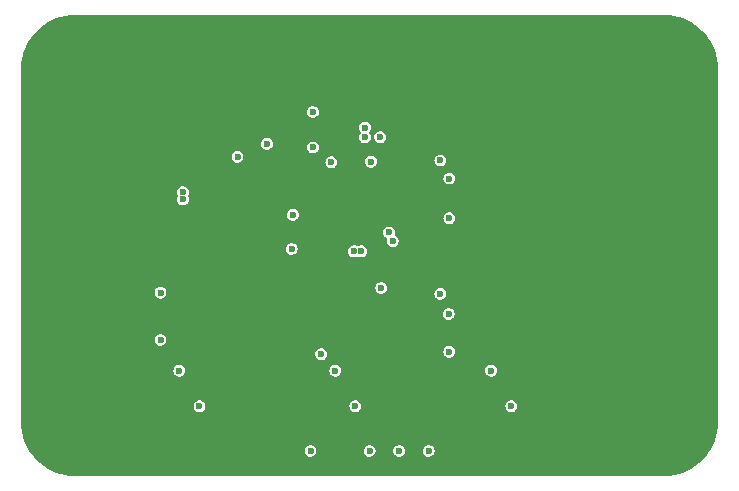
<source format=gbr>
%TF.GenerationSoftware,KiCad,Pcbnew,8.0.1*%
%TF.CreationDate,2024-04-03T15:04:06+02:00*%
%TF.ProjectId,shelfDriver_v1.0,7368656c-6644-4726-9976-65725f76312e,rev?*%
%TF.SameCoordinates,Original*%
%TF.FileFunction,Copper,L3,Inr*%
%TF.FilePolarity,Positive*%
%FSLAX46Y46*%
G04 Gerber Fmt 4.6, Leading zero omitted, Abs format (unit mm)*
G04 Created by KiCad (PCBNEW 8.0.1) date 2024-04-03 15:04:06*
%MOMM*%
%LPD*%
G01*
G04 APERTURE LIST*
%TA.AperFunction,ViaPad*%
%ADD10C,0.600000*%
%TD*%
G04 APERTURE END LIST*
D10*
%TO.N,GND*%
X146100000Y-77601560D03*
X148400000Y-81101560D03*
X137500000Y-107400000D03*
X123700000Y-87701560D03*
X133000000Y-96300000D03*
X133950000Y-84500000D03*
X120600000Y-84400000D03*
X120600000Y-87600000D03*
X127510400Y-81010400D03*
X130300000Y-80700000D03*
X153200000Y-99501560D03*
X155900000Y-88201560D03*
X155900000Y-99501560D03*
X119400000Y-87600000D03*
X119400000Y-84400000D03*
X146557124Y-85630138D03*
X120000000Y-87600000D03*
X124300000Y-87701560D03*
X120000000Y-84400000D03*
X143900000Y-102500000D03*
X134850000Y-84500000D03*
X146100000Y-89501560D03*
X146100000Y-90101560D03*
X133000000Y-80800000D03*
X146550000Y-97196729D03*
X148900000Y-96201560D03*
X123300000Y-96200000D03*
X148400000Y-92401560D03*
X153200000Y-88201560D03*
X138000000Y-78300000D03*
X139600000Y-93700000D03*
X148900000Y-84901560D03*
X148900000Y-83701560D03*
X146100000Y-78801560D03*
X123800000Y-102400000D03*
X124900000Y-87701560D03*
X136900000Y-98400000D03*
X133000000Y-79600000D03*
X126000000Y-78300000D03*
X148900000Y-95001560D03*
%TO.N,+3V3*%
X138700000Y-90500000D03*
X139300000Y-90500000D03*
X150300000Y-100600000D03*
X124200000Y-86101560D03*
X123900000Y-100600000D03*
X137100000Y-100600000D03*
X124200000Y-85501560D03*
%TO.N,Net-(U5-PWM)*%
X146762143Y-84335002D03*
X146000000Y-82801560D03*
%TO.N,Net-(U6-PWM)*%
X146700000Y-95800000D03*
X146000000Y-94101560D03*
%TO.N,Net-(U4-I)*%
X125600000Y-103600000D03*
%TO.N,Net-(U8-I)*%
X138800000Y-103600000D03*
%TO.N,Net-(U9-I)*%
X152000000Y-103600000D03*
%TO.N,/CommunicationLayer/RS485_A*%
X122300000Y-94000000D03*
X135200000Y-78700000D03*
%TO.N,/CommunicationLayer/RS485_B*%
X122300000Y-98000000D03*
X135200000Y-81700000D03*
%TO.N,/Brain/WarmWhite_Dim*%
X146749999Y-87698064D03*
X141956815Y-89635996D03*
%TO.N,/Brain/NaturalWhite_Dim*%
X141643265Y-88900000D03*
X146749999Y-98998064D03*
%TO.N,Net-(U7-~{Sleep})*%
X131300000Y-81400000D03*
X128818331Y-82501371D03*
%TO.N,/Brain/RS485_nRE*%
X140900000Y-80835000D03*
X139600000Y-80837349D03*
%TO.N,/Brain/RS485_DI*%
X140109360Y-82910920D03*
X139600000Y-80026295D03*
%TO.N,/Brain/TouchLeft*%
X135900000Y-99200000D03*
X141000000Y-93600000D03*
%TO.N,/Brain/SWTRACE*%
X133400000Y-90300000D03*
X145000000Y-107400000D03*
%TO.N,/Brain/SWDIO*%
X136759153Y-82954986D03*
X140000000Y-107400000D03*
%TO.N,/Brain/SWCLK*%
X133500000Y-87400000D03*
X135000000Y-107400000D03*
%TO.N,/Brain/NRST*%
X142500000Y-107400000D03*
%TD*%
%TA.AperFunction,Conductor*%
%TO.N,GND*%
G36*
X165002152Y-70500593D02*
G01*
X165387853Y-70517434D01*
X165396432Y-70518184D01*
X165777053Y-70568295D01*
X165785544Y-70569792D01*
X166160338Y-70652881D01*
X166168673Y-70655115D01*
X166534797Y-70770553D01*
X166542913Y-70773507D01*
X166897587Y-70920418D01*
X166905398Y-70924060D01*
X167245910Y-71101320D01*
X167253390Y-71105638D01*
X167577167Y-71311906D01*
X167584241Y-71316860D01*
X167888797Y-71550554D01*
X167895398Y-71556093D01*
X168178459Y-71815470D01*
X168184529Y-71821540D01*
X168443905Y-72104599D01*
X168449445Y-72111202D01*
X168683139Y-72415758D01*
X168688093Y-72422832D01*
X168894361Y-72746609D01*
X168898679Y-72754089D01*
X169075935Y-73094593D01*
X169079585Y-73102420D01*
X169226492Y-73457086D01*
X169229446Y-73465202D01*
X169344884Y-73831326D01*
X169347119Y-73839668D01*
X169430205Y-74214445D01*
X169431705Y-74222951D01*
X169481813Y-74603554D01*
X169482566Y-74612158D01*
X169499406Y-74997847D01*
X169499500Y-75002165D01*
X169499500Y-104997834D01*
X169499406Y-105002152D01*
X169482566Y-105387841D01*
X169481813Y-105396445D01*
X169431705Y-105777048D01*
X169430205Y-105785554D01*
X169347119Y-106160331D01*
X169344884Y-106168673D01*
X169229446Y-106534797D01*
X169226492Y-106542913D01*
X169079585Y-106897579D01*
X169075935Y-106905406D01*
X168898679Y-107245910D01*
X168894361Y-107253390D01*
X168688093Y-107577167D01*
X168683139Y-107584241D01*
X168449445Y-107888797D01*
X168443895Y-107895411D01*
X168184540Y-108178447D01*
X168178447Y-108184540D01*
X168162727Y-108198946D01*
X167895413Y-108443894D01*
X167888797Y-108449445D01*
X167584241Y-108683139D01*
X167577167Y-108688093D01*
X167253390Y-108894361D01*
X167245910Y-108898679D01*
X166905406Y-109075935D01*
X166897579Y-109079585D01*
X166542913Y-109226492D01*
X166534797Y-109229446D01*
X166168673Y-109344884D01*
X166160331Y-109347119D01*
X165785554Y-109430205D01*
X165777048Y-109431705D01*
X165396445Y-109481813D01*
X165387841Y-109482566D01*
X165002153Y-109499406D01*
X164997835Y-109499500D01*
X115002165Y-109499500D01*
X114997847Y-109499406D01*
X114612158Y-109482566D01*
X114603554Y-109481813D01*
X114222951Y-109431705D01*
X114214445Y-109430205D01*
X113839668Y-109347119D01*
X113831326Y-109344884D01*
X113465202Y-109229446D01*
X113457086Y-109226492D01*
X113102420Y-109079585D01*
X113094593Y-109075935D01*
X112754089Y-108898679D01*
X112746609Y-108894361D01*
X112422832Y-108688093D01*
X112415758Y-108683139D01*
X112111202Y-108449445D01*
X112104599Y-108443905D01*
X111821540Y-108184529D01*
X111815470Y-108178459D01*
X111556093Y-107895398D01*
X111550554Y-107888797D01*
X111316860Y-107584241D01*
X111311906Y-107577167D01*
X111199040Y-107400002D01*
X134494353Y-107400002D01*
X134514834Y-107542456D01*
X134532349Y-107580807D01*
X134574623Y-107673373D01*
X134668872Y-107782143D01*
X134668873Y-107782144D01*
X134789942Y-107859950D01*
X134789947Y-107859953D01*
X134888182Y-107888797D01*
X134928035Y-107900499D01*
X134928036Y-107900499D01*
X134928039Y-107900500D01*
X134928041Y-107900500D01*
X135071959Y-107900500D01*
X135071961Y-107900500D01*
X135210053Y-107859953D01*
X135331128Y-107782143D01*
X135425377Y-107673373D01*
X135485165Y-107542457D01*
X135491992Y-107494971D01*
X135505647Y-107400002D01*
X139494353Y-107400002D01*
X139514834Y-107542456D01*
X139532349Y-107580807D01*
X139574623Y-107673373D01*
X139668872Y-107782143D01*
X139668873Y-107782144D01*
X139789942Y-107859950D01*
X139789947Y-107859953D01*
X139888182Y-107888797D01*
X139928035Y-107900499D01*
X139928036Y-107900499D01*
X139928039Y-107900500D01*
X139928041Y-107900500D01*
X140071959Y-107900500D01*
X140071961Y-107900500D01*
X140210053Y-107859953D01*
X140331128Y-107782143D01*
X140425377Y-107673373D01*
X140485165Y-107542457D01*
X140491992Y-107494971D01*
X140505647Y-107400002D01*
X141994353Y-107400002D01*
X142014834Y-107542456D01*
X142032349Y-107580807D01*
X142074623Y-107673373D01*
X142168872Y-107782143D01*
X142168873Y-107782144D01*
X142289942Y-107859950D01*
X142289947Y-107859953D01*
X142388182Y-107888797D01*
X142428035Y-107900499D01*
X142428036Y-107900499D01*
X142428039Y-107900500D01*
X142428041Y-107900500D01*
X142571959Y-107900500D01*
X142571961Y-107900500D01*
X142710053Y-107859953D01*
X142831128Y-107782143D01*
X142925377Y-107673373D01*
X142985165Y-107542457D01*
X142991992Y-107494971D01*
X143005647Y-107400002D01*
X144494353Y-107400002D01*
X144514834Y-107542456D01*
X144532349Y-107580807D01*
X144574623Y-107673373D01*
X144668872Y-107782143D01*
X144668873Y-107782144D01*
X144789942Y-107859950D01*
X144789947Y-107859953D01*
X144888182Y-107888797D01*
X144928035Y-107900499D01*
X144928036Y-107900499D01*
X144928039Y-107900500D01*
X144928041Y-107900500D01*
X145071959Y-107900500D01*
X145071961Y-107900500D01*
X145210053Y-107859953D01*
X145331128Y-107782143D01*
X145425377Y-107673373D01*
X145485165Y-107542457D01*
X145491992Y-107494971D01*
X145505647Y-107400002D01*
X145505647Y-107399997D01*
X145485165Y-107257543D01*
X145425377Y-107126628D01*
X145425377Y-107126627D01*
X145331128Y-107017857D01*
X145331127Y-107017856D01*
X145331126Y-107017855D01*
X145210057Y-106940049D01*
X145210054Y-106940047D01*
X145210053Y-106940047D01*
X145210050Y-106940046D01*
X145071964Y-106899500D01*
X145071961Y-106899500D01*
X144928039Y-106899500D01*
X144928035Y-106899500D01*
X144789949Y-106940046D01*
X144789942Y-106940049D01*
X144668873Y-107017855D01*
X144574622Y-107126628D01*
X144514834Y-107257543D01*
X144494353Y-107399997D01*
X144494353Y-107400002D01*
X143005647Y-107400002D01*
X143005647Y-107399997D01*
X142985165Y-107257543D01*
X142925377Y-107126628D01*
X142925377Y-107126627D01*
X142831128Y-107017857D01*
X142831127Y-107017856D01*
X142831126Y-107017855D01*
X142710057Y-106940049D01*
X142710054Y-106940047D01*
X142710053Y-106940047D01*
X142710050Y-106940046D01*
X142571964Y-106899500D01*
X142571961Y-106899500D01*
X142428039Y-106899500D01*
X142428035Y-106899500D01*
X142289949Y-106940046D01*
X142289942Y-106940049D01*
X142168873Y-107017855D01*
X142074622Y-107126628D01*
X142014834Y-107257543D01*
X141994353Y-107399997D01*
X141994353Y-107400002D01*
X140505647Y-107400002D01*
X140505647Y-107399997D01*
X140485165Y-107257543D01*
X140425377Y-107126628D01*
X140425377Y-107126627D01*
X140331128Y-107017857D01*
X140331127Y-107017856D01*
X140331126Y-107017855D01*
X140210057Y-106940049D01*
X140210054Y-106940047D01*
X140210053Y-106940047D01*
X140210050Y-106940046D01*
X140071964Y-106899500D01*
X140071961Y-106899500D01*
X139928039Y-106899500D01*
X139928035Y-106899500D01*
X139789949Y-106940046D01*
X139789942Y-106940049D01*
X139668873Y-107017855D01*
X139574622Y-107126628D01*
X139514834Y-107257543D01*
X139494353Y-107399997D01*
X139494353Y-107400002D01*
X135505647Y-107400002D01*
X135505647Y-107399997D01*
X135485165Y-107257543D01*
X135425377Y-107126628D01*
X135425377Y-107126627D01*
X135331128Y-107017857D01*
X135331127Y-107017856D01*
X135331126Y-107017855D01*
X135210057Y-106940049D01*
X135210054Y-106940047D01*
X135210053Y-106940047D01*
X135210050Y-106940046D01*
X135071964Y-106899500D01*
X135071961Y-106899500D01*
X134928039Y-106899500D01*
X134928035Y-106899500D01*
X134789949Y-106940046D01*
X134789942Y-106940049D01*
X134668873Y-107017855D01*
X134574622Y-107126628D01*
X134514834Y-107257543D01*
X134494353Y-107399997D01*
X134494353Y-107400002D01*
X111199040Y-107400002D01*
X111105638Y-107253390D01*
X111101320Y-107245910D01*
X110924060Y-106905398D01*
X110920414Y-106897579D01*
X110773507Y-106542913D01*
X110770553Y-106534797D01*
X110655115Y-106168673D01*
X110652880Y-106160331D01*
X110569794Y-105785554D01*
X110568294Y-105777048D01*
X110555643Y-105680953D01*
X110518184Y-105396432D01*
X110517434Y-105387853D01*
X110500594Y-105002152D01*
X110500500Y-104997834D01*
X110500500Y-103600002D01*
X125094353Y-103600002D01*
X125114834Y-103742456D01*
X125174622Y-103873371D01*
X125174623Y-103873373D01*
X125268872Y-103982143D01*
X125268873Y-103982144D01*
X125389942Y-104059950D01*
X125389947Y-104059953D01*
X125496403Y-104091211D01*
X125528035Y-104100499D01*
X125528036Y-104100499D01*
X125528039Y-104100500D01*
X125528041Y-104100500D01*
X125671959Y-104100500D01*
X125671961Y-104100500D01*
X125810053Y-104059953D01*
X125931128Y-103982143D01*
X126025377Y-103873373D01*
X126085165Y-103742457D01*
X126105647Y-103600002D01*
X138294353Y-103600002D01*
X138314834Y-103742456D01*
X138374622Y-103873371D01*
X138374623Y-103873373D01*
X138468872Y-103982143D01*
X138468873Y-103982144D01*
X138589942Y-104059950D01*
X138589947Y-104059953D01*
X138696403Y-104091211D01*
X138728035Y-104100499D01*
X138728036Y-104100499D01*
X138728039Y-104100500D01*
X138728041Y-104100500D01*
X138871959Y-104100500D01*
X138871961Y-104100500D01*
X139010053Y-104059953D01*
X139131128Y-103982143D01*
X139225377Y-103873373D01*
X139285165Y-103742457D01*
X139305647Y-103600002D01*
X151494353Y-103600002D01*
X151514834Y-103742456D01*
X151574622Y-103873371D01*
X151574623Y-103873373D01*
X151668872Y-103982143D01*
X151668873Y-103982144D01*
X151789942Y-104059950D01*
X151789947Y-104059953D01*
X151896403Y-104091211D01*
X151928035Y-104100499D01*
X151928036Y-104100499D01*
X151928039Y-104100500D01*
X151928041Y-104100500D01*
X152071959Y-104100500D01*
X152071961Y-104100500D01*
X152210053Y-104059953D01*
X152331128Y-103982143D01*
X152425377Y-103873373D01*
X152485165Y-103742457D01*
X152505647Y-103600000D01*
X152485165Y-103457543D01*
X152425377Y-103326627D01*
X152331128Y-103217857D01*
X152331127Y-103217856D01*
X152331126Y-103217855D01*
X152210057Y-103140049D01*
X152210054Y-103140047D01*
X152210053Y-103140047D01*
X152210050Y-103140046D01*
X152071964Y-103099500D01*
X152071961Y-103099500D01*
X151928039Y-103099500D01*
X151928035Y-103099500D01*
X151789949Y-103140046D01*
X151789942Y-103140049D01*
X151668873Y-103217855D01*
X151574622Y-103326628D01*
X151514834Y-103457543D01*
X151494353Y-103599997D01*
X151494353Y-103600002D01*
X139305647Y-103600002D01*
X139305647Y-103600000D01*
X139285165Y-103457543D01*
X139225377Y-103326627D01*
X139131128Y-103217857D01*
X139131127Y-103217856D01*
X139131126Y-103217855D01*
X139010057Y-103140049D01*
X139010054Y-103140047D01*
X139010053Y-103140047D01*
X139010050Y-103140046D01*
X138871964Y-103099500D01*
X138871961Y-103099500D01*
X138728039Y-103099500D01*
X138728035Y-103099500D01*
X138589949Y-103140046D01*
X138589942Y-103140049D01*
X138468873Y-103217855D01*
X138374622Y-103326628D01*
X138314834Y-103457543D01*
X138294353Y-103599997D01*
X138294353Y-103600002D01*
X126105647Y-103600002D01*
X126105647Y-103600000D01*
X126085165Y-103457543D01*
X126025377Y-103326627D01*
X125931128Y-103217857D01*
X125931127Y-103217856D01*
X125931126Y-103217855D01*
X125810057Y-103140049D01*
X125810054Y-103140047D01*
X125810053Y-103140047D01*
X125810050Y-103140046D01*
X125671964Y-103099500D01*
X125671961Y-103099500D01*
X125528039Y-103099500D01*
X125528035Y-103099500D01*
X125389949Y-103140046D01*
X125389942Y-103140049D01*
X125268873Y-103217855D01*
X125174622Y-103326628D01*
X125114834Y-103457543D01*
X125094353Y-103599997D01*
X125094353Y-103600002D01*
X110500500Y-103600002D01*
X110500500Y-100600002D01*
X123394353Y-100600002D01*
X123414834Y-100742456D01*
X123474622Y-100873371D01*
X123474623Y-100873373D01*
X123568872Y-100982143D01*
X123568873Y-100982144D01*
X123689942Y-101059950D01*
X123689947Y-101059953D01*
X123796403Y-101091211D01*
X123828035Y-101100499D01*
X123828036Y-101100499D01*
X123828039Y-101100500D01*
X123828041Y-101100500D01*
X123971959Y-101100500D01*
X123971961Y-101100500D01*
X124110053Y-101059953D01*
X124231128Y-100982143D01*
X124325377Y-100873373D01*
X124385165Y-100742457D01*
X124405647Y-100600002D01*
X136594353Y-100600002D01*
X136614834Y-100742456D01*
X136674622Y-100873371D01*
X136674623Y-100873373D01*
X136768872Y-100982143D01*
X136768873Y-100982144D01*
X136889942Y-101059950D01*
X136889947Y-101059953D01*
X136996403Y-101091211D01*
X137028035Y-101100499D01*
X137028036Y-101100499D01*
X137028039Y-101100500D01*
X137028041Y-101100500D01*
X137171959Y-101100500D01*
X137171961Y-101100500D01*
X137310053Y-101059953D01*
X137431128Y-100982143D01*
X137525377Y-100873373D01*
X137585165Y-100742457D01*
X137605647Y-100600002D01*
X149794353Y-100600002D01*
X149814834Y-100742456D01*
X149874622Y-100873371D01*
X149874623Y-100873373D01*
X149968872Y-100982143D01*
X149968873Y-100982144D01*
X150089942Y-101059950D01*
X150089947Y-101059953D01*
X150196403Y-101091211D01*
X150228035Y-101100499D01*
X150228036Y-101100499D01*
X150228039Y-101100500D01*
X150228041Y-101100500D01*
X150371959Y-101100500D01*
X150371961Y-101100500D01*
X150510053Y-101059953D01*
X150631128Y-100982143D01*
X150725377Y-100873373D01*
X150785165Y-100742457D01*
X150805647Y-100600000D01*
X150785165Y-100457543D01*
X150725377Y-100326627D01*
X150631128Y-100217857D01*
X150631127Y-100217856D01*
X150631126Y-100217855D01*
X150510057Y-100140049D01*
X150510054Y-100140047D01*
X150510053Y-100140047D01*
X150510050Y-100140046D01*
X150371964Y-100099500D01*
X150371961Y-100099500D01*
X150228039Y-100099500D01*
X150228035Y-100099500D01*
X150089949Y-100140046D01*
X150089942Y-100140049D01*
X149968873Y-100217855D01*
X149874622Y-100326628D01*
X149814834Y-100457543D01*
X149794353Y-100599997D01*
X149794353Y-100600002D01*
X137605647Y-100600002D01*
X137605647Y-100600000D01*
X137585165Y-100457543D01*
X137525377Y-100326627D01*
X137431128Y-100217857D01*
X137431127Y-100217856D01*
X137431126Y-100217855D01*
X137310057Y-100140049D01*
X137310054Y-100140047D01*
X137310053Y-100140047D01*
X137310050Y-100140046D01*
X137171964Y-100099500D01*
X137171961Y-100099500D01*
X137028039Y-100099500D01*
X137028035Y-100099500D01*
X136889949Y-100140046D01*
X136889942Y-100140049D01*
X136768873Y-100217855D01*
X136674622Y-100326628D01*
X136614834Y-100457543D01*
X136594353Y-100599997D01*
X136594353Y-100600002D01*
X124405647Y-100600002D01*
X124405647Y-100600000D01*
X124385165Y-100457543D01*
X124325377Y-100326627D01*
X124231128Y-100217857D01*
X124231127Y-100217856D01*
X124231126Y-100217855D01*
X124110057Y-100140049D01*
X124110054Y-100140047D01*
X124110053Y-100140047D01*
X124110050Y-100140046D01*
X123971964Y-100099500D01*
X123971961Y-100099500D01*
X123828039Y-100099500D01*
X123828035Y-100099500D01*
X123689949Y-100140046D01*
X123689942Y-100140049D01*
X123568873Y-100217855D01*
X123474622Y-100326628D01*
X123414834Y-100457543D01*
X123394353Y-100599997D01*
X123394353Y-100600002D01*
X110500500Y-100600002D01*
X110500500Y-99200002D01*
X135394353Y-99200002D01*
X135414834Y-99342456D01*
X135432075Y-99380207D01*
X135474623Y-99473373D01*
X135568872Y-99582143D01*
X135568873Y-99582144D01*
X135689942Y-99659950D01*
X135689947Y-99659953D01*
X135796403Y-99691211D01*
X135828035Y-99700499D01*
X135828036Y-99700499D01*
X135828039Y-99700500D01*
X135828041Y-99700500D01*
X135971959Y-99700500D01*
X135971961Y-99700500D01*
X136110053Y-99659953D01*
X136231128Y-99582143D01*
X136325377Y-99473373D01*
X136385165Y-99342457D01*
X136405647Y-99200000D01*
X136397095Y-99140521D01*
X136385165Y-99057543D01*
X136358002Y-98998066D01*
X146244352Y-98998066D01*
X146264833Y-99140520D01*
X146291996Y-99199997D01*
X146324622Y-99271437D01*
X146386160Y-99342456D01*
X146418872Y-99380208D01*
X146539941Y-99458014D01*
X146539946Y-99458017D01*
X146646402Y-99489275D01*
X146678034Y-99498563D01*
X146678035Y-99498563D01*
X146678038Y-99498564D01*
X146678040Y-99498564D01*
X146821958Y-99498564D01*
X146821960Y-99498564D01*
X146960052Y-99458017D01*
X147081127Y-99380207D01*
X147175376Y-99271437D01*
X147235164Y-99140521D01*
X147255646Y-98998064D01*
X147235164Y-98855607D01*
X147175376Y-98724691D01*
X147081127Y-98615921D01*
X147081126Y-98615920D01*
X147081125Y-98615919D01*
X146960056Y-98538113D01*
X146960053Y-98538111D01*
X146960052Y-98538111D01*
X146960049Y-98538110D01*
X146821963Y-98497564D01*
X146821960Y-98497564D01*
X146678038Y-98497564D01*
X146678034Y-98497564D01*
X146539948Y-98538110D01*
X146539941Y-98538113D01*
X146418872Y-98615919D01*
X146324621Y-98724692D01*
X146264833Y-98855607D01*
X146244352Y-98998061D01*
X146244352Y-98998066D01*
X136358002Y-98998066D01*
X136325377Y-98926627D01*
X136231128Y-98817857D01*
X136231127Y-98817856D01*
X136231126Y-98817855D01*
X136110057Y-98740049D01*
X136110054Y-98740047D01*
X136110053Y-98740047D01*
X136110050Y-98740046D01*
X135971964Y-98699500D01*
X135971961Y-98699500D01*
X135828039Y-98699500D01*
X135828035Y-98699500D01*
X135689949Y-98740046D01*
X135689942Y-98740049D01*
X135568873Y-98817855D01*
X135474622Y-98926628D01*
X135414834Y-99057543D01*
X135394353Y-99199997D01*
X135394353Y-99200002D01*
X110500500Y-99200002D01*
X110500500Y-98000002D01*
X121794353Y-98000002D01*
X121814834Y-98142456D01*
X121874622Y-98273371D01*
X121874623Y-98273373D01*
X121968872Y-98382143D01*
X121968873Y-98382144D01*
X122089942Y-98459950D01*
X122089947Y-98459953D01*
X122196403Y-98491211D01*
X122228035Y-98500499D01*
X122228036Y-98500499D01*
X122228039Y-98500500D01*
X122228041Y-98500500D01*
X122371959Y-98500500D01*
X122371961Y-98500500D01*
X122510053Y-98459953D01*
X122631128Y-98382143D01*
X122725377Y-98273373D01*
X122785165Y-98142457D01*
X122805647Y-98000000D01*
X122785165Y-97857543D01*
X122725377Y-97726627D01*
X122631128Y-97617857D01*
X122631127Y-97617856D01*
X122631126Y-97617855D01*
X122510057Y-97540049D01*
X122510054Y-97540047D01*
X122510053Y-97540047D01*
X122510050Y-97540046D01*
X122371964Y-97499500D01*
X122371961Y-97499500D01*
X122228039Y-97499500D01*
X122228035Y-97499500D01*
X122089949Y-97540046D01*
X122089942Y-97540049D01*
X121968873Y-97617855D01*
X121874622Y-97726628D01*
X121814834Y-97857543D01*
X121794353Y-97999997D01*
X121794353Y-98000002D01*
X110500500Y-98000002D01*
X110500500Y-95800002D01*
X146194353Y-95800002D01*
X146214834Y-95942456D01*
X146274622Y-96073371D01*
X146274623Y-96073373D01*
X146368872Y-96182143D01*
X146368873Y-96182144D01*
X146489942Y-96259950D01*
X146489947Y-96259953D01*
X146596403Y-96291211D01*
X146628035Y-96300499D01*
X146628036Y-96300499D01*
X146628039Y-96300500D01*
X146628041Y-96300500D01*
X146771959Y-96300500D01*
X146771961Y-96300500D01*
X146910053Y-96259953D01*
X147031128Y-96182143D01*
X147125377Y-96073373D01*
X147185165Y-95942457D01*
X147205647Y-95800000D01*
X147185165Y-95657543D01*
X147125377Y-95526627D01*
X147031128Y-95417857D01*
X147031127Y-95417856D01*
X147031126Y-95417855D01*
X146910057Y-95340049D01*
X146910054Y-95340047D01*
X146910053Y-95340047D01*
X146910050Y-95340046D01*
X146771964Y-95299500D01*
X146771961Y-95299500D01*
X146628039Y-95299500D01*
X146628035Y-95299500D01*
X146489949Y-95340046D01*
X146489942Y-95340049D01*
X146368873Y-95417855D01*
X146274622Y-95526628D01*
X146214834Y-95657543D01*
X146194353Y-95799997D01*
X146194353Y-95800002D01*
X110500500Y-95800002D01*
X110500500Y-94000002D01*
X121794353Y-94000002D01*
X121814834Y-94142456D01*
X121861216Y-94244016D01*
X121874623Y-94273373D01*
X121962623Y-94374931D01*
X121968873Y-94382144D01*
X122089942Y-94459950D01*
X122089947Y-94459953D01*
X122196403Y-94491211D01*
X122228035Y-94500499D01*
X122228036Y-94500499D01*
X122228039Y-94500500D01*
X122228041Y-94500500D01*
X122371959Y-94500500D01*
X122371961Y-94500500D01*
X122510053Y-94459953D01*
X122631128Y-94382143D01*
X122725377Y-94273373D01*
X122785165Y-94142457D01*
X122791045Y-94101562D01*
X145494353Y-94101562D01*
X145514834Y-94244016D01*
X145574622Y-94374931D01*
X145574623Y-94374933D01*
X145648290Y-94459950D01*
X145668873Y-94483704D01*
X145789942Y-94561510D01*
X145789947Y-94561513D01*
X145896403Y-94592771D01*
X145928035Y-94602059D01*
X145928036Y-94602059D01*
X145928039Y-94602060D01*
X145928041Y-94602060D01*
X146071959Y-94602060D01*
X146071961Y-94602060D01*
X146210053Y-94561513D01*
X146331128Y-94483703D01*
X146425377Y-94374933D01*
X146485165Y-94244017D01*
X146505647Y-94101560D01*
X146505494Y-94100499D01*
X146485165Y-93959103D01*
X146446012Y-93873371D01*
X146425377Y-93828187D01*
X146331128Y-93719417D01*
X146331127Y-93719416D01*
X146331126Y-93719415D01*
X146210057Y-93641609D01*
X146210054Y-93641607D01*
X146210053Y-93641607D01*
X146210050Y-93641606D01*
X146071964Y-93601060D01*
X146071961Y-93601060D01*
X145928039Y-93601060D01*
X145928035Y-93601060D01*
X145789949Y-93641606D01*
X145789942Y-93641609D01*
X145668873Y-93719415D01*
X145574622Y-93828188D01*
X145514834Y-93959103D01*
X145494353Y-94101557D01*
X145494353Y-94101562D01*
X122791045Y-94101562D01*
X122805647Y-94000000D01*
X122785165Y-93857543D01*
X122725377Y-93726627D01*
X122631128Y-93617857D01*
X122631127Y-93617856D01*
X122631126Y-93617855D01*
X122603346Y-93600002D01*
X140494353Y-93600002D01*
X140514834Y-93742456D01*
X140574622Y-93873371D01*
X140574623Y-93873373D01*
X140648908Y-93959103D01*
X140668873Y-93982144D01*
X140696653Y-93999997D01*
X140789947Y-94059953D01*
X140896403Y-94091211D01*
X140928035Y-94100499D01*
X140928036Y-94100499D01*
X140928039Y-94100500D01*
X140928041Y-94100500D01*
X141071959Y-94100500D01*
X141071961Y-94100500D01*
X141210053Y-94059953D01*
X141331128Y-93982143D01*
X141425377Y-93873373D01*
X141485165Y-93742457D01*
X141505647Y-93600000D01*
X141497027Y-93540049D01*
X141485165Y-93457543D01*
X141425377Y-93326628D01*
X141425377Y-93326627D01*
X141331128Y-93217857D01*
X141331127Y-93217856D01*
X141331126Y-93217855D01*
X141210057Y-93140049D01*
X141210054Y-93140047D01*
X141210053Y-93140047D01*
X141210050Y-93140046D01*
X141071964Y-93099500D01*
X141071961Y-93099500D01*
X140928039Y-93099500D01*
X140928035Y-93099500D01*
X140789949Y-93140046D01*
X140789942Y-93140049D01*
X140668873Y-93217855D01*
X140574622Y-93326628D01*
X140514834Y-93457543D01*
X140494353Y-93599997D01*
X140494353Y-93600002D01*
X122603346Y-93600002D01*
X122510057Y-93540049D01*
X122510054Y-93540047D01*
X122510053Y-93540047D01*
X122510050Y-93540046D01*
X122371964Y-93499500D01*
X122371961Y-93499500D01*
X122228039Y-93499500D01*
X122228035Y-93499500D01*
X122089949Y-93540046D01*
X122089942Y-93540049D01*
X121968873Y-93617855D01*
X121874622Y-93726628D01*
X121814834Y-93857543D01*
X121794353Y-93999997D01*
X121794353Y-94000002D01*
X110500500Y-94000002D01*
X110500500Y-90300002D01*
X132894353Y-90300002D01*
X132914834Y-90442456D01*
X132941113Y-90499997D01*
X132974623Y-90573373D01*
X133068872Y-90682143D01*
X133068873Y-90682144D01*
X133189942Y-90759950D01*
X133189947Y-90759953D01*
X133296403Y-90791211D01*
X133328035Y-90800499D01*
X133328036Y-90800499D01*
X133328039Y-90800500D01*
X133328041Y-90800500D01*
X133471959Y-90800500D01*
X133471961Y-90800500D01*
X133610053Y-90759953D01*
X133731128Y-90682143D01*
X133825377Y-90573373D01*
X133858885Y-90500002D01*
X138194353Y-90500002D01*
X138214834Y-90642456D01*
X138268493Y-90759950D01*
X138274623Y-90773373D01*
X138368872Y-90882143D01*
X138368873Y-90882144D01*
X138453523Y-90936545D01*
X138489947Y-90959953D01*
X138596403Y-90991211D01*
X138628035Y-91000499D01*
X138628036Y-91000499D01*
X138628039Y-91000500D01*
X138628041Y-91000500D01*
X138771959Y-91000500D01*
X138771961Y-91000500D01*
X138910053Y-90959953D01*
X138946477Y-90936544D01*
X139005650Y-90920989D01*
X139053522Y-90936544D01*
X139089947Y-90959953D01*
X139196403Y-90991211D01*
X139228035Y-91000499D01*
X139228036Y-91000499D01*
X139228039Y-91000500D01*
X139228041Y-91000500D01*
X139371959Y-91000500D01*
X139371961Y-91000500D01*
X139510053Y-90959953D01*
X139631128Y-90882143D01*
X139725377Y-90773373D01*
X139785165Y-90642457D01*
X139805647Y-90500000D01*
X139785165Y-90357543D01*
X139725377Y-90226627D01*
X139631128Y-90117857D01*
X139631127Y-90117856D01*
X139631126Y-90117855D01*
X139510057Y-90040049D01*
X139510054Y-90040047D01*
X139510053Y-90040047D01*
X139510050Y-90040046D01*
X139371964Y-89999500D01*
X139371961Y-89999500D01*
X139228039Y-89999500D01*
X139228035Y-89999500D01*
X139089949Y-90040046D01*
X139089943Y-90040048D01*
X139053522Y-90063455D01*
X138994347Y-90079008D01*
X138946478Y-90063455D01*
X138910056Y-90040048D01*
X138910050Y-90040046D01*
X138771964Y-89999500D01*
X138771961Y-89999500D01*
X138628039Y-89999500D01*
X138628035Y-89999500D01*
X138489949Y-90040046D01*
X138489942Y-90040049D01*
X138368873Y-90117855D01*
X138274622Y-90226628D01*
X138214834Y-90357543D01*
X138194353Y-90499997D01*
X138194353Y-90500002D01*
X133858885Y-90500002D01*
X133885165Y-90442457D01*
X133905647Y-90300000D01*
X133885165Y-90157543D01*
X133825377Y-90026627D01*
X133731128Y-89917857D01*
X133731127Y-89917856D01*
X133731126Y-89917855D01*
X133610057Y-89840049D01*
X133610054Y-89840047D01*
X133610053Y-89840047D01*
X133610050Y-89840046D01*
X133471964Y-89799500D01*
X133471961Y-89799500D01*
X133328039Y-89799500D01*
X133328035Y-89799500D01*
X133189949Y-89840046D01*
X133189942Y-89840049D01*
X133068873Y-89917855D01*
X132974622Y-90026628D01*
X132914834Y-90157543D01*
X132894353Y-90299997D01*
X132894353Y-90300002D01*
X110500500Y-90300002D01*
X110500500Y-88900002D01*
X141137618Y-88900002D01*
X141158099Y-89042456D01*
X141168195Y-89064562D01*
X141217888Y-89173373D01*
X141220202Y-89176043D01*
X141312138Y-89282144D01*
X141364755Y-89315958D01*
X141433212Y-89359953D01*
X141433213Y-89359953D01*
X141437926Y-89362982D01*
X141476657Y-89410348D01*
X141480151Y-89471433D01*
X141474459Y-89487388D01*
X141471649Y-89493540D01*
X141471648Y-89493543D01*
X141451168Y-89635993D01*
X141451168Y-89635998D01*
X141471649Y-89778452D01*
X141499779Y-89840046D01*
X141531438Y-89909369D01*
X141625687Y-90018139D01*
X141625688Y-90018140D01*
X141696200Y-90063455D01*
X141746762Y-90095949D01*
X141821368Y-90117855D01*
X141884850Y-90136495D01*
X141884851Y-90136495D01*
X141884854Y-90136496D01*
X141884856Y-90136496D01*
X142028774Y-90136496D01*
X142028776Y-90136496D01*
X142166868Y-90095949D01*
X142287943Y-90018139D01*
X142382192Y-89909369D01*
X142441980Y-89778453D01*
X142462462Y-89635996D01*
X142441980Y-89493539D01*
X142382192Y-89362623D01*
X142287943Y-89253853D01*
X142287942Y-89253852D01*
X142287941Y-89253851D01*
X142162153Y-89173013D01*
X142123422Y-89125647D01*
X142119928Y-89064562D01*
X142125626Y-89048596D01*
X142128430Y-89042457D01*
X142148912Y-88900000D01*
X142128430Y-88757543D01*
X142068642Y-88626627D01*
X141974393Y-88517857D01*
X141974392Y-88517856D01*
X141974391Y-88517855D01*
X141853322Y-88440049D01*
X141853319Y-88440047D01*
X141853318Y-88440047D01*
X141853315Y-88440046D01*
X141715229Y-88399500D01*
X141715226Y-88399500D01*
X141571304Y-88399500D01*
X141571300Y-88399500D01*
X141433214Y-88440046D01*
X141433207Y-88440049D01*
X141312138Y-88517855D01*
X141217887Y-88626628D01*
X141158099Y-88757543D01*
X141137618Y-88899997D01*
X141137618Y-88900002D01*
X110500500Y-88900002D01*
X110500500Y-87400002D01*
X132994353Y-87400002D01*
X133014834Y-87542456D01*
X133020840Y-87555607D01*
X133074623Y-87673373D01*
X133168872Y-87782143D01*
X133168873Y-87782144D01*
X133259710Y-87840521D01*
X133289947Y-87859953D01*
X133396403Y-87891211D01*
X133428035Y-87900499D01*
X133428036Y-87900499D01*
X133428039Y-87900500D01*
X133428041Y-87900500D01*
X133571959Y-87900500D01*
X133571961Y-87900500D01*
X133710053Y-87859953D01*
X133831128Y-87782143D01*
X133903981Y-87698066D01*
X146244352Y-87698066D01*
X146264833Y-87840520D01*
X146324621Y-87971435D01*
X146324622Y-87971437D01*
X146418871Y-88080207D01*
X146418872Y-88080208D01*
X146539941Y-88158014D01*
X146539946Y-88158017D01*
X146646402Y-88189275D01*
X146678034Y-88198563D01*
X146678035Y-88198563D01*
X146678038Y-88198564D01*
X146678040Y-88198564D01*
X146821958Y-88198564D01*
X146821960Y-88198564D01*
X146960052Y-88158017D01*
X147081127Y-88080207D01*
X147175376Y-87971437D01*
X147235164Y-87840521D01*
X147255646Y-87698064D01*
X147235164Y-87555607D01*
X147175376Y-87424691D01*
X147081127Y-87315921D01*
X147081126Y-87315920D01*
X147081125Y-87315919D01*
X146960056Y-87238113D01*
X146960053Y-87238111D01*
X146960052Y-87238111D01*
X146960049Y-87238110D01*
X146821963Y-87197564D01*
X146821960Y-87197564D01*
X146678038Y-87197564D01*
X146678034Y-87197564D01*
X146539948Y-87238110D01*
X146539941Y-87238113D01*
X146418872Y-87315919D01*
X146324621Y-87424692D01*
X146264833Y-87555607D01*
X146244352Y-87698061D01*
X146244352Y-87698066D01*
X133903981Y-87698066D01*
X133925377Y-87673373D01*
X133985165Y-87542457D01*
X134005647Y-87400000D01*
X133993558Y-87315921D01*
X133985165Y-87257543D01*
X133925377Y-87126627D01*
X133831128Y-87017857D01*
X133831127Y-87017856D01*
X133831126Y-87017855D01*
X133710057Y-86940049D01*
X133710054Y-86940047D01*
X133710053Y-86940047D01*
X133710050Y-86940046D01*
X133571964Y-86899500D01*
X133571961Y-86899500D01*
X133428039Y-86899500D01*
X133428035Y-86899500D01*
X133289949Y-86940046D01*
X133289942Y-86940049D01*
X133168873Y-87017855D01*
X133074622Y-87126628D01*
X133014834Y-87257543D01*
X132994353Y-87399997D01*
X132994353Y-87400002D01*
X110500500Y-87400002D01*
X110500500Y-86101562D01*
X123694353Y-86101562D01*
X123714834Y-86244016D01*
X123774622Y-86374931D01*
X123774623Y-86374933D01*
X123868872Y-86483703D01*
X123868873Y-86483704D01*
X123989942Y-86561510D01*
X123989947Y-86561513D01*
X124096403Y-86592771D01*
X124128035Y-86602059D01*
X124128036Y-86602059D01*
X124128039Y-86602060D01*
X124128041Y-86602060D01*
X124271959Y-86602060D01*
X124271961Y-86602060D01*
X124410053Y-86561513D01*
X124531128Y-86483703D01*
X124625377Y-86374933D01*
X124685165Y-86244017D01*
X124705647Y-86101560D01*
X124685165Y-85959103D01*
X124631998Y-85842686D01*
X124625024Y-85781900D01*
X124631999Y-85760433D01*
X124685165Y-85644016D01*
X124705647Y-85501562D01*
X124705647Y-85501557D01*
X124685165Y-85359103D01*
X124625377Y-85228188D01*
X124625377Y-85228187D01*
X124531128Y-85119417D01*
X124531127Y-85119416D01*
X124531126Y-85119415D01*
X124410057Y-85041609D01*
X124410054Y-85041607D01*
X124410053Y-85041607D01*
X124410050Y-85041606D01*
X124271964Y-85001060D01*
X124271961Y-85001060D01*
X124128039Y-85001060D01*
X124128035Y-85001060D01*
X123989949Y-85041606D01*
X123989942Y-85041609D01*
X123868873Y-85119415D01*
X123774622Y-85228188D01*
X123714834Y-85359103D01*
X123694353Y-85501557D01*
X123694353Y-85501562D01*
X123714833Y-85644014D01*
X123768001Y-85760434D01*
X123774975Y-85821220D01*
X123768001Y-85842686D01*
X123714833Y-85959105D01*
X123694353Y-86101557D01*
X123694353Y-86101562D01*
X110500500Y-86101562D01*
X110500500Y-84335004D01*
X146256496Y-84335004D01*
X146276977Y-84477458D01*
X146336765Y-84608373D01*
X146336766Y-84608375D01*
X146431015Y-84717145D01*
X146431016Y-84717146D01*
X146552085Y-84794952D01*
X146552090Y-84794955D01*
X146658546Y-84826213D01*
X146690178Y-84835501D01*
X146690179Y-84835501D01*
X146690182Y-84835502D01*
X146690184Y-84835502D01*
X146834102Y-84835502D01*
X146834104Y-84835502D01*
X146972196Y-84794955D01*
X147093271Y-84717145D01*
X147187520Y-84608375D01*
X147247308Y-84477459D01*
X147267790Y-84335002D01*
X147247308Y-84192545D01*
X147187520Y-84061629D01*
X147093271Y-83952859D01*
X147093270Y-83952858D01*
X147093269Y-83952857D01*
X146972200Y-83875051D01*
X146972197Y-83875049D01*
X146972196Y-83875049D01*
X146972193Y-83875048D01*
X146834107Y-83834502D01*
X146834104Y-83834502D01*
X146690182Y-83834502D01*
X146690178Y-83834502D01*
X146552092Y-83875048D01*
X146552085Y-83875051D01*
X146431016Y-83952857D01*
X146336765Y-84061630D01*
X146276977Y-84192545D01*
X146256496Y-84334999D01*
X146256496Y-84335004D01*
X110500500Y-84335004D01*
X110500500Y-82501373D01*
X128312684Y-82501373D01*
X128333165Y-82643827D01*
X128392953Y-82774742D01*
X128392954Y-82774744D01*
X128416192Y-82801562D01*
X128487204Y-82883515D01*
X128598411Y-82954983D01*
X128608278Y-82961324D01*
X128714734Y-82992582D01*
X128746366Y-83001870D01*
X128746367Y-83001870D01*
X128746370Y-83001871D01*
X128746372Y-83001871D01*
X128890290Y-83001871D01*
X128890292Y-83001871D01*
X129028384Y-82961324D01*
X129038243Y-82954988D01*
X136253506Y-82954988D01*
X136273987Y-83097442D01*
X136333775Y-83228357D01*
X136333776Y-83228359D01*
X136362504Y-83261513D01*
X136428026Y-83337130D01*
X136543624Y-83411420D01*
X136549100Y-83414939D01*
X136655556Y-83446197D01*
X136687188Y-83455485D01*
X136687189Y-83455485D01*
X136687192Y-83455486D01*
X136687194Y-83455486D01*
X136831112Y-83455486D01*
X136831114Y-83455486D01*
X136969206Y-83414939D01*
X137090281Y-83337129D01*
X137184530Y-83228359D01*
X137244318Y-83097443D01*
X137264800Y-82954986D01*
X137258464Y-82910922D01*
X139603713Y-82910922D01*
X139624194Y-83053376D01*
X139683714Y-83183704D01*
X139683983Y-83184293D01*
X139750894Y-83261513D01*
X139778233Y-83293064D01*
X139899302Y-83370870D01*
X139899307Y-83370873D01*
X140005763Y-83402131D01*
X140037395Y-83411419D01*
X140037396Y-83411419D01*
X140037399Y-83411420D01*
X140037401Y-83411420D01*
X140181319Y-83411420D01*
X140181321Y-83411420D01*
X140319413Y-83370873D01*
X140440488Y-83293063D01*
X140534737Y-83184293D01*
X140594525Y-83053377D01*
X140608672Y-82954983D01*
X140615007Y-82910922D01*
X140615007Y-82910917D01*
X140599284Y-82801562D01*
X145494353Y-82801562D01*
X145514834Y-82944016D01*
X145574622Y-83074931D01*
X145574623Y-83074933D01*
X145594128Y-83097443D01*
X145668873Y-83183704D01*
X145669790Y-83184293D01*
X145789947Y-83261513D01*
X145896403Y-83292771D01*
X145928035Y-83302059D01*
X145928036Y-83302059D01*
X145928039Y-83302060D01*
X145928041Y-83302060D01*
X146071959Y-83302060D01*
X146071961Y-83302060D01*
X146210053Y-83261513D01*
X146331128Y-83183703D01*
X146425377Y-83074933D01*
X146485165Y-82944017D01*
X146505647Y-82801560D01*
X146501791Y-82774744D01*
X146485165Y-82659103D01*
X146425646Y-82528777D01*
X146425377Y-82528187D01*
X146331128Y-82419417D01*
X146331127Y-82419416D01*
X146331126Y-82419415D01*
X146210057Y-82341609D01*
X146210054Y-82341607D01*
X146210053Y-82341607D01*
X146210050Y-82341606D01*
X146071964Y-82301060D01*
X146071961Y-82301060D01*
X145928039Y-82301060D01*
X145928035Y-82301060D01*
X145789949Y-82341606D01*
X145789942Y-82341609D01*
X145668873Y-82419415D01*
X145574622Y-82528188D01*
X145514834Y-82659103D01*
X145494353Y-82801557D01*
X145494353Y-82801562D01*
X140599284Y-82801562D01*
X140594525Y-82768463D01*
X140534737Y-82637548D01*
X140534737Y-82637547D01*
X140440488Y-82528777D01*
X140440487Y-82528776D01*
X140440486Y-82528775D01*
X140319417Y-82450969D01*
X140319414Y-82450967D01*
X140319413Y-82450967D01*
X140319410Y-82450966D01*
X140181324Y-82410420D01*
X140181321Y-82410420D01*
X140037399Y-82410420D01*
X140037395Y-82410420D01*
X139899309Y-82450966D01*
X139899302Y-82450969D01*
X139778233Y-82528775D01*
X139683982Y-82637548D01*
X139624194Y-82768463D01*
X139603713Y-82910917D01*
X139603713Y-82910922D01*
X137258464Y-82910922D01*
X137258464Y-82910920D01*
X137244318Y-82812529D01*
X137227061Y-82774742D01*
X137184530Y-82681613D01*
X137090281Y-82572843D01*
X137090280Y-82572842D01*
X137090279Y-82572841D01*
X136969210Y-82495035D01*
X136969207Y-82495033D01*
X136969206Y-82495033D01*
X136969203Y-82495032D01*
X136831117Y-82454486D01*
X136831114Y-82454486D01*
X136687192Y-82454486D01*
X136687188Y-82454486D01*
X136549102Y-82495032D01*
X136549095Y-82495035D01*
X136428026Y-82572841D01*
X136333775Y-82681614D01*
X136273987Y-82812529D01*
X136253506Y-82954983D01*
X136253506Y-82954988D01*
X129038243Y-82954988D01*
X129149459Y-82883514D01*
X129243708Y-82774744D01*
X129303496Y-82643828D01*
X129320038Y-82528775D01*
X129323978Y-82501373D01*
X129323978Y-82501368D01*
X129303496Y-82358914D01*
X129295592Y-82341606D01*
X129243708Y-82227998D01*
X129149459Y-82119228D01*
X129149458Y-82119227D01*
X129149457Y-82119226D01*
X129028388Y-82041420D01*
X129028385Y-82041418D01*
X129028384Y-82041418D01*
X129028381Y-82041417D01*
X128890295Y-82000871D01*
X128890292Y-82000871D01*
X128746370Y-82000871D01*
X128746366Y-82000871D01*
X128608280Y-82041417D01*
X128608273Y-82041420D01*
X128487204Y-82119226D01*
X128392953Y-82227999D01*
X128333165Y-82358914D01*
X128312684Y-82501368D01*
X128312684Y-82501373D01*
X110500500Y-82501373D01*
X110500500Y-81400002D01*
X130794353Y-81400002D01*
X130814834Y-81542456D01*
X130874622Y-81673371D01*
X130874623Y-81673373D01*
X130968872Y-81782143D01*
X130968873Y-81782144D01*
X131089942Y-81859950D01*
X131089947Y-81859953D01*
X131196403Y-81891211D01*
X131228035Y-81900499D01*
X131228036Y-81900499D01*
X131228039Y-81900500D01*
X131228041Y-81900500D01*
X131371959Y-81900500D01*
X131371961Y-81900500D01*
X131510053Y-81859953D01*
X131631128Y-81782143D01*
X131702303Y-81700002D01*
X134694353Y-81700002D01*
X134714834Y-81842456D01*
X134774622Y-81973371D01*
X134774623Y-81973373D01*
X134833583Y-82041417D01*
X134868873Y-82082144D01*
X134989942Y-82159950D01*
X134989947Y-82159953D01*
X135096403Y-82191211D01*
X135128035Y-82200499D01*
X135128036Y-82200499D01*
X135128039Y-82200500D01*
X135128041Y-82200500D01*
X135271959Y-82200500D01*
X135271961Y-82200500D01*
X135410053Y-82159953D01*
X135531128Y-82082143D01*
X135625377Y-81973373D01*
X135685165Y-81842457D01*
X135705647Y-81700000D01*
X135701818Y-81673371D01*
X135685165Y-81557543D01*
X135625377Y-81426628D01*
X135625377Y-81426627D01*
X135531128Y-81317857D01*
X135531127Y-81317856D01*
X135531126Y-81317855D01*
X135410057Y-81240049D01*
X135410054Y-81240047D01*
X135410053Y-81240047D01*
X135410050Y-81240046D01*
X135271964Y-81199500D01*
X135271961Y-81199500D01*
X135128039Y-81199500D01*
X135128035Y-81199500D01*
X134989949Y-81240046D01*
X134989942Y-81240049D01*
X134868873Y-81317855D01*
X134774622Y-81426628D01*
X134714834Y-81557543D01*
X134694353Y-81699997D01*
X134694353Y-81700002D01*
X131702303Y-81700002D01*
X131725377Y-81673373D01*
X131785165Y-81542457D01*
X131805647Y-81400000D01*
X131796373Y-81335500D01*
X131785165Y-81257543D01*
X131725377Y-81126628D01*
X131725377Y-81126627D01*
X131631128Y-81017857D01*
X131631127Y-81017856D01*
X131631126Y-81017855D01*
X131510057Y-80940049D01*
X131510054Y-80940047D01*
X131510053Y-80940047D01*
X131510050Y-80940046D01*
X131371964Y-80899500D01*
X131371961Y-80899500D01*
X131228039Y-80899500D01*
X131228035Y-80899500D01*
X131089949Y-80940046D01*
X131089942Y-80940049D01*
X130968873Y-81017855D01*
X130874622Y-81126628D01*
X130814834Y-81257543D01*
X130794353Y-81399997D01*
X130794353Y-81400002D01*
X110500500Y-81400002D01*
X110500500Y-80837351D01*
X139094353Y-80837351D01*
X139114834Y-80979805D01*
X139173549Y-81108371D01*
X139174623Y-81110722D01*
X139268872Y-81219492D01*
X139268873Y-81219493D01*
X139386287Y-81294950D01*
X139389947Y-81297302D01*
X139459952Y-81317857D01*
X139528035Y-81337848D01*
X139528036Y-81337848D01*
X139528039Y-81337849D01*
X139528041Y-81337849D01*
X139671959Y-81337849D01*
X139671961Y-81337849D01*
X139810053Y-81297302D01*
X139931128Y-81219492D01*
X140025377Y-81110722D01*
X140085165Y-80979806D01*
X140105647Y-80837349D01*
X140105309Y-80835002D01*
X140394353Y-80835002D01*
X140414834Y-80977456D01*
X140433284Y-81017855D01*
X140474623Y-81108373D01*
X140568872Y-81217143D01*
X140568873Y-81217144D01*
X140689942Y-81294950D01*
X140689947Y-81294953D01*
X140767945Y-81317855D01*
X140828035Y-81335499D01*
X140828036Y-81335499D01*
X140828039Y-81335500D01*
X140828041Y-81335500D01*
X140971959Y-81335500D01*
X140971961Y-81335500D01*
X141110053Y-81294953D01*
X141231128Y-81217143D01*
X141325377Y-81108373D01*
X141385165Y-80977457D01*
X141405309Y-80837351D01*
X141405647Y-80835002D01*
X141405647Y-80834997D01*
X141385165Y-80692543D01*
X141326450Y-80563977D01*
X141325377Y-80561627D01*
X141231128Y-80452857D01*
X141231127Y-80452856D01*
X141231126Y-80452855D01*
X141110057Y-80375049D01*
X141110054Y-80375047D01*
X141110053Y-80375047D01*
X141110050Y-80375046D01*
X140971964Y-80334500D01*
X140971961Y-80334500D01*
X140828039Y-80334500D01*
X140828035Y-80334500D01*
X140689949Y-80375046D01*
X140689942Y-80375049D01*
X140568873Y-80452855D01*
X140474622Y-80561628D01*
X140414834Y-80692543D01*
X140394353Y-80834997D01*
X140394353Y-80835002D01*
X140105309Y-80835002D01*
X140105309Y-80835000D01*
X140085165Y-80694892D01*
X140025377Y-80563977D01*
X140025377Y-80563976D01*
X139967039Y-80496650D01*
X139943223Y-80440294D01*
X139957081Y-80380699D01*
X139967032Y-80367001D01*
X140025377Y-80299668D01*
X140085165Y-80168752D01*
X140105647Y-80026295D01*
X140085165Y-79883838D01*
X140025377Y-79752922D01*
X139931128Y-79644152D01*
X139931127Y-79644151D01*
X139931126Y-79644150D01*
X139810057Y-79566344D01*
X139810054Y-79566342D01*
X139810053Y-79566342D01*
X139810050Y-79566341D01*
X139671964Y-79525795D01*
X139671961Y-79525795D01*
X139528039Y-79525795D01*
X139528035Y-79525795D01*
X139389949Y-79566341D01*
X139389942Y-79566344D01*
X139268873Y-79644150D01*
X139174622Y-79752923D01*
X139114834Y-79883838D01*
X139094353Y-80026292D01*
X139094353Y-80026297D01*
X139114834Y-80168751D01*
X139174623Y-80299668D01*
X139232958Y-80366992D01*
X139256775Y-80423351D01*
X139242916Y-80482946D01*
X139232958Y-80496652D01*
X139174623Y-80563975D01*
X139114834Y-80694892D01*
X139094353Y-80837346D01*
X139094353Y-80837351D01*
X110500500Y-80837351D01*
X110500500Y-78700002D01*
X134694353Y-78700002D01*
X134714834Y-78842456D01*
X134774622Y-78973371D01*
X134774623Y-78973373D01*
X134868872Y-79082143D01*
X134868873Y-79082144D01*
X134989942Y-79159950D01*
X134989947Y-79159953D01*
X135096403Y-79191211D01*
X135128035Y-79200499D01*
X135128036Y-79200499D01*
X135128039Y-79200500D01*
X135128041Y-79200500D01*
X135271959Y-79200500D01*
X135271961Y-79200500D01*
X135410053Y-79159953D01*
X135531128Y-79082143D01*
X135625377Y-78973373D01*
X135685165Y-78842457D01*
X135705647Y-78700000D01*
X135685165Y-78557543D01*
X135625377Y-78426627D01*
X135531128Y-78317857D01*
X135531127Y-78317856D01*
X135531126Y-78317855D01*
X135410057Y-78240049D01*
X135410054Y-78240047D01*
X135410053Y-78240047D01*
X135410050Y-78240046D01*
X135271964Y-78199500D01*
X135271961Y-78199500D01*
X135128039Y-78199500D01*
X135128035Y-78199500D01*
X134989949Y-78240046D01*
X134989942Y-78240049D01*
X134868873Y-78317855D01*
X134774622Y-78426628D01*
X134714834Y-78557543D01*
X134694353Y-78699997D01*
X134694353Y-78700002D01*
X110500500Y-78700002D01*
X110500500Y-75002165D01*
X110500594Y-74997847D01*
X110510433Y-74772498D01*
X110517434Y-74612144D01*
X110518184Y-74603568D01*
X110568295Y-74222942D01*
X110569791Y-74214459D01*
X110652883Y-73839655D01*
X110655115Y-73831326D01*
X110770553Y-73465202D01*
X110773507Y-73457086D01*
X110785072Y-73429166D01*
X110920421Y-73102403D01*
X110924056Y-73094609D01*
X111101325Y-72754079D01*
X111105632Y-72746618D01*
X111311913Y-72422820D01*
X111316851Y-72415769D01*
X111550564Y-72111189D01*
X111556083Y-72104612D01*
X111815481Y-71821528D01*
X111821528Y-71815481D01*
X112104612Y-71556083D01*
X112111189Y-71550564D01*
X112415769Y-71316851D01*
X112422820Y-71311913D01*
X112746618Y-71105632D01*
X112754079Y-71101325D01*
X113094609Y-70924056D01*
X113102403Y-70920421D01*
X113457093Y-70773504D01*
X113465194Y-70770555D01*
X113831334Y-70655112D01*
X113839655Y-70652883D01*
X114214459Y-70569791D01*
X114222942Y-70568295D01*
X114603568Y-70518184D01*
X114612144Y-70517434D01*
X114997847Y-70500593D01*
X115002165Y-70500500D01*
X115065892Y-70500500D01*
X164934108Y-70500500D01*
X164997835Y-70500500D01*
X165002152Y-70500593D01*
G37*
%TD.AperFunction*%
%TD*%
M02*

</source>
